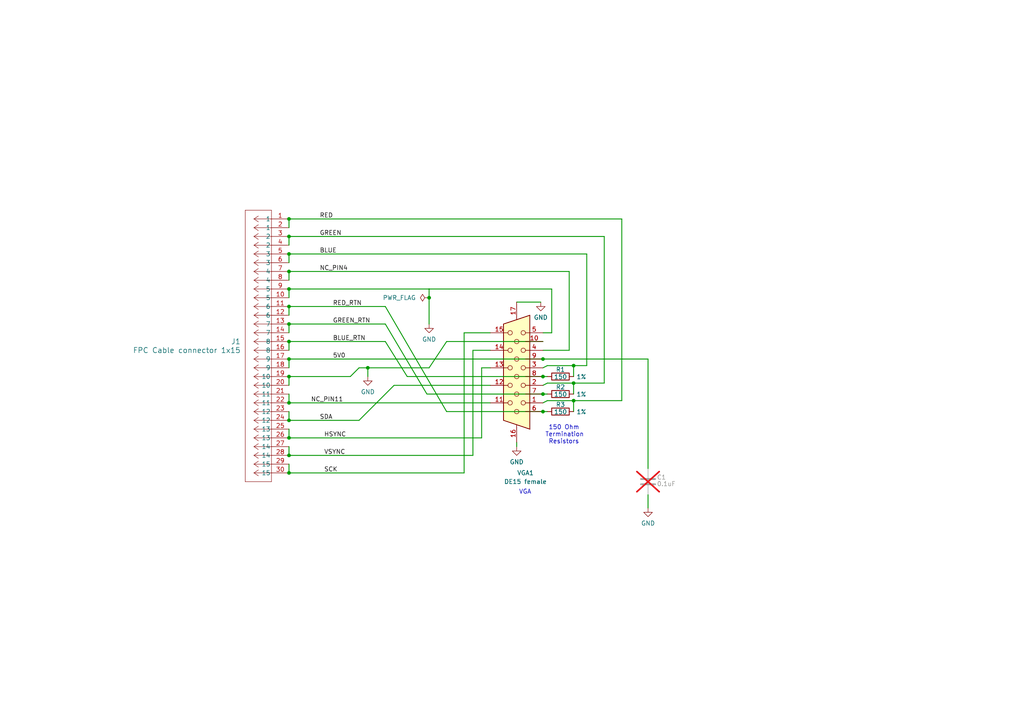
<source format=kicad_sch>
(kicad_sch (version 20231120) (generator "eeschema") (generator_version "8.0")
  (paper "A4")
  (title_block (title "VGA Connector board") (date "2024-05-13") (rev "V0.09") (company "Copyright (C) 2023-2024 Victor Suarez Rovere") (comment 1 "License:  CERN OHL-S") (comment 2 "PCB design:  Mitch Altman & Victor Suarez Rovere") (comment 3 "Schematics capture:  Mitch Altman & Victor Suarez Rovere") (comment 4 "Circuit design & parts selection:  Victor Suarez Rovere"))
  (lib_symbols
    (symbol "1-1734248-5_1" (pin_names (offset 0.254))
      (property "Reference" "J5" (at 13.97 -35.56 0))
      (property "Value" "FPC Cable connector 1x15" (at 13.97 -38.1 0))
      (symbol "1-1734248-5_1_1_1"
        (polyline (pts (xy 5.08 -76.2) (xy 12.7 -76.2)) (stroke (width 0.127)))
        (polyline (pts (xy 5.08 2.54) (xy 5.08 -76.2)) (stroke (width 0.127)))
        (polyline (pts (xy 10.16 -73.66) (xy 5.08 -73.66)) (stroke (width 0.127)))
        (polyline (pts (xy 10.16 -73.66) (xy 8.89 -74.5067)) (stroke (width 0.127)))
        (polyline (pts (xy 10.16 -73.66) (xy 8.89 -72.8133)) (stroke (width 0.127)))
        (polyline (pts (xy 10.16 -71.12) (xy 5.08 -71.12)) (stroke (width 0.127)))
        (polyline (pts (xy 10.16 -71.12) (xy 8.89 -71.9667)) (stroke (width 0.127)))
        (polyline (pts (xy 10.16 -71.12) (xy 8.89 -70.2733)) (stroke (width 0.127)))
        (polyline (pts (xy 10.16 -68.58) (xy 5.08 -68.58)) (stroke (width 0.127)))
        (polyline (pts (xy 10.16 -68.58) (xy 8.89 -69.4267)) (stroke (width 0.127)))
        (polyline (pts (xy 10.16 -68.58) (xy 8.89 -67.7333)) (stroke (width 0.127)))
        (polyline (pts (xy 10.16 -66.04) (xy 5.08 -66.04)) (stroke (width 0.127)))
        (polyline (pts (xy 10.16 -66.04) (xy 8.89 -66.8867)) (stroke (width 0.127)))
        (polyline (pts (xy 10.16 -66.04) (xy 8.89 -65.1933)) (stroke (width 0.127)))
        (polyline (pts (xy 10.16 -63.5) (xy 5.08 -63.5)) (stroke (width 0.127)))
        (polyline (pts (xy 10.16 -63.5) (xy 8.89 -64.3467)) (stroke (width 0.127)))
        (polyline (pts (xy 10.16 -63.5) (xy 8.89 -62.6533)) (stroke (width 0.127)))
        (polyline (pts (xy 10.16 -60.96) (xy 5.08 -60.96)) (stroke (width 0.127)))
        (polyline (pts (xy 10.16 -60.96) (xy 8.89 -61.8067)) (stroke (width 0.127)))
        (polyline (pts (xy 10.16 -60.96) (xy 8.89 -60.1133)) (stroke (width 0.127)))
        (polyline (pts (xy 10.16 -58.42) (xy 5.08 -58.42)) (stroke (width 0.127)))
        (polyline (pts (xy 10.16 -58.42) (xy 8.89 -59.2667)) (stroke (width 0.127)))
        (polyline (pts (xy 10.16 -58.42) (xy 8.89 -57.5733)) (stroke (width 0.127)))
        (polyline (pts (xy 10.16 -55.88) (xy 5.08 -55.88)) (stroke (width 0.127)))
        (polyline (pts (xy 10.16 -55.88) (xy 8.89 -56.7267)) (stroke (width 0.127)))
        (polyline (pts (xy 10.16 -55.88) (xy 8.89 -55.0333)) (stroke (width 0.127)))
        (polyline (pts (xy 10.16 -53.34) (xy 5.08 -53.34)) (stroke (width 0.127)))
        (polyline (pts (xy 10.16 -53.34) (xy 8.89 -54.1867)) (stroke (width 0.127)))
        (polyline (pts (xy 10.16 -53.34) (xy 8.89 -52.4933)) (stroke (width 0.127)))
        (polyline (pts (xy 10.16 -50.8) (xy 5.08 -50.8)) (stroke (width 0.127)))
        (polyline (pts (xy 10.16 -50.8) (xy 8.89 -51.6467)) (stroke (width 0.127)))
        (polyline (pts (xy 10.16 -50.8) (xy 8.89 -49.9533)) (stroke (width 0.127)))
        (polyline (pts (xy 10.16 -48.26) (xy 5.08 -48.26)) (stroke (width 0.127)))
        (polyline (pts (xy 10.16 -48.26) (xy 8.89 -49.1067)) (stroke (width 0.127)))
        (polyline (pts (xy 10.16 -48.26) (xy 8.89 -47.4133)) (stroke (width 0.127)))
        (polyline (pts (xy 10.16 -45.72) (xy 5.08 -45.72)) (stroke (width 0.127)))
        (polyline (pts (xy 10.16 -45.72) (xy 8.89 -46.5667)) (stroke (width 0.127)))
        (polyline (pts (xy 10.16 -45.72) (xy 8.89 -44.8733)) (stroke (width 0.127)))
        (polyline (pts (xy 10.16 -43.18) (xy 5.08 -43.18)) (stroke (width 0.127)))
        (polyline (pts (xy 10.16 -43.18) (xy 8.89 -44.0267)) (stroke (width 0.127)))
        (polyline (pts (xy 10.16 -43.18) (xy 8.89 -42.3333)) (stroke (width 0.127)))
        (polyline (pts (xy 10.16 -40.64) (xy 5.08 -40.64)) (stroke (width 0.127)))
        (polyline (pts (xy 10.16 -40.64) (xy 8.89 -41.4867)) (stroke (width 0.127)))
        (polyline (pts (xy 10.16 -40.64) (xy 8.89 -39.7933)) (stroke (width 0.127)))
        (polyline (pts (xy 10.16 -38.1) (xy 5.08 -38.1)) (stroke (width 0.127)))
        (polyline (pts (xy 10.16 -38.1) (xy 8.89 -38.9467)) (stroke (width 0.127)))
        (polyline (pts (xy 10.16 -38.1) (xy 8.89 -37.2533)) (stroke (width 0.127)))
        (polyline (pts (xy 10.16 -35.56) (xy 5.08 -35.56)) (stroke (width 0.127)))
        (polyline (pts (xy 10.16 -35.56) (xy 8.89 -36.4067)) (stroke (width 0.127)))
        (polyline (pts (xy 10.16 -35.56) (xy 8.89 -34.7133)) (stroke (width 0.127)))
        (polyline (pts (xy 10.16 -33.02) (xy 5.08 -33.02)) (stroke (width 0.127)))
        (polyline (pts (xy 10.16 -33.02) (xy 8.89 -33.8667)) (stroke (width 0.127)))
        (polyline (pts (xy 10.16 -33.02) (xy 8.89 -32.1733)) (stroke (width 0.127)))
        (polyline (pts (xy 10.16 -30.48) (xy 5.08 -30.48)) (stroke (width 0.127)))
        (polyline (pts (xy 10.16 -30.48) (xy 8.89 -31.3267)) (stroke (width 0.127)))
        (polyline (pts (xy 10.16 -30.48) (xy 8.89 -29.6333)) (stroke (width 0.127)))
        (polyline (pts (xy 10.16 -27.94) (xy 5.08 -27.94)) (stroke (width 0.127)))
        (polyline (pts (xy 10.16 -27.94) (xy 8.89 -28.7867)) (stroke (width 0.127)))
        (polyline (pts (xy 10.16 -27.94) (xy 8.89 -27.0933)) (stroke (width 0.127)))
        (polyline (pts (xy 10.16 -25.4) (xy 5.08 -25.4)) (stroke (width 0.127)))
        (polyline (pts (xy 10.16 -25.4) (xy 8.89 -26.2467)) (stroke (width 0.127)))
        (polyline (pts (xy 10.16 -25.4) (xy 8.89 -24.5533)) (stroke (width 0.127)))
        (polyline (pts (xy 10.16 -22.86) (xy 5.08 -22.86)) (stroke (width 0.127)))
        (polyline (pts (xy 10.16 -22.86) (xy 8.89 -23.7067)) (stroke (width 0.127)))
        (polyline (pts (xy 10.16 -22.86) (xy 8.89 -22.0133)) (stroke (width 0.127)))
        (polyline (pts (xy 10.16 -20.32) (xy 5.08 -20.32)) (stroke (width 0.127)))
        (polyline (pts (xy 10.16 -20.32) (xy 8.89 -21.1667)) (stroke (width 0.127)))
        (polyline (pts (xy 10.16 -20.32) (xy 8.89 -19.4733)) (stroke (width 0.127)))
        (polyline (pts (xy 10.16 -17.78) (xy 5.08 -17.78)) (stroke (width 0.127)))
        (polyline (pts (xy 10.16 -17.78) (xy 8.89 -18.6267)) (stroke (width 0.127)))
        (polyline (pts (xy 10.16 -17.78) (xy 8.89 -16.9333)) (stroke (width 0.127)))
        (polyline (pts (xy 10.16 -15.24) (xy 5.08 -15.24)) (stroke (width 0.127)))
        (polyline (pts (xy 10.16 -15.24) (xy 8.89 -16.0867)) (stroke (width 0.127)))
        (polyline (pts (xy 10.16 -15.24) (xy 8.89 -14.3933)) (stroke (width 0.127)))
        (polyline (pts (xy 10.16 -12.7) (xy 5.08 -12.7)) (stroke (width 0.127)))
        (polyline (pts (xy 10.16 -12.7) (xy 8.89 -13.5467)) (stroke (width 0.127)))
        (polyline (pts (xy 10.16 -12.7) (xy 8.89 -11.8533)) (stroke (width 0.127)))
        (polyline (pts (xy 10.16 -10.16) (xy 5.08 -10.16)) (stroke (width 0.127)))
        (polyline (pts (xy 10.16 -10.16) (xy 8.89 -11.0067)) (stroke (width 0.127)))
        (polyline (pts (xy 10.16 -10.16) (xy 8.89 -9.3133)) (stroke (width 0.127)))
        (polyline (pts (xy 10.16 -7.62) (xy 5.08 -7.62)) (stroke (width 0.127)))
        (polyline (pts (xy 10.16 -7.62) (xy 8.89 -8.4667)) (stroke (width 0.127)))
        (polyline (pts (xy 10.16 -7.62) (xy 8.89 -6.7733)) (stroke (width 0.127)))
        (polyline (pts (xy 10.16 -5.08) (xy 5.08 -5.08)) (stroke (width 0.127)))
        (polyline (pts (xy 10.16 -5.08) (xy 8.89 -5.9267)) (stroke (width 0.127)))
        (polyline (pts (xy 10.16 -5.08) (xy 8.89 -4.2333)) (stroke (width 0.127)))
        (polyline (pts (xy 10.16 -2.54) (xy 5.08 -2.54)) (stroke (width 0.127)))
        (polyline (pts (xy 10.16 -2.54) (xy 8.89 -3.3867)) (stroke (width 0.127)))
        (polyline (pts (xy 10.16 -2.54) (xy 8.89 -1.6933)) (stroke (width 0.127)))
        (polyline (pts (xy 10.16 0) (xy 5.08 0)) (stroke (width 0.127)))
        (polyline (pts (xy 10.16 0) (xy 8.89 -0.8467)) (stroke (width 0.127)))
        (polyline (pts (xy 10.16 0) (xy 8.89 0.8467)) (stroke (width 0.127)))
        (polyline (pts (xy 12.7 -76.2) (xy 12.7 2.54)) (stroke (width 0.127)))
        (polyline (pts (xy 12.7 2.54) (xy 5.08 2.54)) (stroke (width 0.127)))
        (pin passive line (at 0 0 0) (length 5.08) (name "1") (number "1"))
        (pin passive line (at 0 -22.86 0) (length 5.08) (name "5") (number "10"))
        (pin passive line (at 0 -25.4 0) (length 5.08) (name "6") (number "11"))
        (pin passive line (at 0 -27.94 0) (length 5.08) (name "6") (number "12"))
        (pin passive line (at 0 -30.48 0) (length 5.08) (name "7") (number "13"))
        (pin passive line (at 0 -33.02 0) (length 5.08) (name "7") (number "14"))
        (pin passive line (at 0 -35.56 0) (length 5.08) (name "8") (number "15"))
        (pin passive line (at 0 -38.1 0) (length 5.08) (name "8") (number "16"))
        (pin passive line (at 0 -40.64 0) (length 5.08) (name "9") (number "17"))
        (pin passive line (at 0 -43.18 0) (length 5.08) (name "9") (number "18"))
        (pin passive line (at 0 -45.72 0) (length 5.08) (name "10") (number "19"))
        (pin passive line (at 0 -2.54 0) (length 5.08) (name "1") (number "2"))
        (pin passive line (at 0 -48.26 0) (length 5.08) (name "10") (number "20"))
        (pin passive line (at 0 -50.8 0) (length 5.08) (name "11") (number "21"))
        (pin passive line (at 0 -53.34 0) (length 5.08) (name "11") (number "22"))
        (pin passive line (at 0 -55.88 0) (length 5.08) (name "12") (number "23"))
        (pin passive line (at 0 -58.42 0) (length 5.08) (name "12") (number "24"))
        (pin passive line (at 0 -60.96 0) (length 5.08) (name "13") (number "25"))
        (pin passive line (at 0 -63.5 0) (length 5.08) (name "13") (number "26"))
        (pin passive line (at 0 -66.04 0) (length 5.08) (name "14") (number "27"))
        (pin passive line (at 0 -68.58 0) (length 5.08) (name "14") (number "28"))
        (pin passive line (at 0 -71.12 0) (length 5.08) (name "15") (number "29"))
        (pin passive line (at 0 -5.08 0) (length 5.08) (name "2") (number "3"))
        (pin passive line (at 0 -73.66 0) (length 5.08) (name "15") (number "30"))
        (pin passive line (at 0 -7.62 0) (length 5.08) (name "2") (number "4"))
        (pin passive line (at 0 -10.16 0) (length 5.08) (name "3") (number "5"))
        (pin passive line (at 0 -12.7 0) (length 5.08) (name "3") (number "6"))
        (pin passive line (at 0 -15.24 0) (length 5.08) (name "4") (number "7"))
        (pin passive line (at 0 -17.78 0) (length 5.08) (name "4") (number "8"))
        (pin passive line (at 0 -20.32 0) (length 5.08) (name "5") (number "9"))
      )
      (symbol "1-1734248-5_1_1_2"
        (polyline (pts (xy 5.08 -76.2) (xy 12.7 -76.2)) (stroke (width 0.127)))
        (polyline (pts (xy 5.08 2.54) (xy 5.08 -76.2)) (stroke (width 0.127)))
        (polyline (pts (xy 7.62 -73.66) (xy 5.08 -73.66)) (stroke (width 0.127)))
        (polyline (pts (xy 7.62 -73.66) (xy 8.89 -74.5067)) (stroke (width 0.127)))
        (polyline (pts (xy 7.62 -73.66) (xy 8.89 -72.8133)) (stroke (width 0.127)))
        (polyline (pts (xy 7.62 -71.12) (xy 5.08 -71.12)) (stroke (width 0.127)))
        (polyline (pts (xy 7.62 -71.12) (xy 8.89 -71.9667)) (stroke (width 0.127)))
        (polyline (pts (xy 7.62 -71.12) (xy 8.89 -70.2733)) (stroke (width 0.127)))
        (polyline (pts (xy 7.62 -68.58) (xy 5.08 -68.58)) (stroke (width 0.127)))
        (polyline (pts (xy 7.62 -68.58) (xy 8.89 -69.4267)) (stroke (width 0.127)))
        (polyline (pts (xy 7.62 -68.58) (xy 8.89 -67.7333)) (stroke (width 0.127)))
        (polyline (pts (xy 7.62 -66.04) (xy 5.08 -66.04)) (stroke (width 0.127)))
        (polyline (pts (xy 7.62 -66.04) (xy 8.89 -66.8867)) (stroke (width 0.127)))
        (polyline (pts (xy 7.62 -66.04) (xy 8.89 -65.1933)) (stroke (width 0.127)))
        (polyline (pts (xy 7.62 -63.5) (xy 5.08 -63.5)) (stroke (width 0.127)))
        (polyline (pts (xy 7.62 -63.5) (xy 8.89 -64.3467)) (stroke (width 0.127)))
        (polyline (pts (xy 7.62 -63.5) (xy 8.89 -62.6533)) (stroke (width 0.127)))
        (polyline (pts (xy 7.62 -60.96) (xy 5.08 -60.96)) (stroke (width 0.127)))
        (polyline (pts (xy 7.62 -60.96) (xy 8.89 -61.8067)) (stroke (width 0.127)))
        (polyline (pts (xy 7.62 -60.96) (xy 8.89 -60.1133)) (stroke (width 0.127)))
        (polyline (pts (xy 7.62 -58.42) (xy 5.08 -58.42)) (stroke (width 0.127)))
        (polyline (pts (xy 7.62 -58.42) (xy 8.89 -59.2667)) (stroke (width 0.127)))
        (polyline (pts (xy 7.62 -58.42) (xy 8.89 -57.5733)) (stroke (width 0.127)))
        (polyline (pts (xy 7.62 -55.88) (xy 5.08 -55.88)) (stroke (width 0.127)))
        (polyline (pts (xy 7.62 -55.88) (xy 8.89 -56.7267)) (stroke (width 0.127)))
        (polyline (pts (xy 7.62 -55.88) (xy 8.89 -55.0333)) (stroke (width 0.127)))
        (polyline (pts (xy 7.62 -53.34) (xy 5.08 -53.34)) (stroke (width 0.127)))
        (polyline (pts (xy 7.62 -53.34) (xy 8.89 -54.1867)) (stroke (width 0.127)))
        (polyline (pts (xy 7.62 -53.34) (xy 8.89 -52.4933)) (stroke (width 0.127)))
        (polyline (pts (xy 7.62 -50.8) (xy 5.08 -50.8)) (stroke (width 0.127)))
        (polyline (pts (xy 7.62 -50.8) (xy 8.89 -51.6467)) (stroke (width 0.127)))
        (polyline (pts (xy 7.62 -50.8) (xy 8.89 -49.9533)) (stroke (width 0.127)))
        (polyline (pts (xy 7.62 -48.26) (xy 5.08 -48.26)) (stroke (width 0.127)))
        (polyline (pts (xy 7.62 -48.26) (xy 8.89 -49.1067)) (stroke (width 0.127)))
        (polyline (pts (xy 7.62 -48.26) (xy 8.89 -47.4133)) (stroke (width 0.127)))
        (polyline (pts (xy 7.62 -45.72) (xy 5.08 -45.72)) (stroke (width 0.127)))
        (polyline (pts (xy 7.62 -45.72) (xy 8.89 -46.5667)) (stroke (width 0.127)))
        (polyline (pts (xy 7.62 -45.72) (xy 8.89 -44.8733)) (stroke (width 0.127)))
        (polyline (pts (xy 7.62 -43.18) (xy 5.08 -43.18)) (stroke (width 0.127)))
        (polyline (pts (xy 7.62 -43.18) (xy 8.89 -44.0267)) (stroke (width 0.127)))
        (polyline (pts (xy 7.62 -43.18) (xy 8.89 -42.3333)) (stroke (width 0.127)))
        (polyline (pts (xy 7.62 -40.64) (xy 5.08 -40.64)) (stroke (width 0.127)))
        (polyline (pts (xy 7.62 -40.64) (xy 8.89 -41.4867)) (stroke (width 0.127)))
        (polyline (pts (xy 7.62 -40.64) (xy 8.89 -39.7933)) (stroke (width 0.127)))
        (polyline (pts (xy 7.62 -38.1) (xy 5.08 -38.1)) (stroke (width 0.127)))
        (polyline (pts (xy 7.62 -38.1) (xy 8.89 -38.9467)) (stroke (width 0.127)))
        (polyline (pts (xy 7.62 -38.1) (xy 8.89 -37.2533)) (stroke (width 0.127)))
        (polyline (pts (xy 7.62 -35.56) (xy 5.08 -35.56)) (stroke (width 0.127)))
        (polyline (pts (xy 7.62 -35.56) (xy 8.89 -36.4067)) (stroke (width 0.127)))
        (polyline (pts (xy 7.62 -35.56) (xy 8.89 -34.7133)) (stroke (width 0.127)))
        (polyline (pts (xy 7.62 -33.02) (xy 5.08 -33.02)) (stroke (width 0.127)))
        (polyline (pts (xy 7.62 -33.02) (xy 8.89 -33.8667)) (stroke (width 0.127)))
        (polyline (pts (xy 7.62 -33.02) (xy 8.89 -32.1733)) (stroke (width 0.127)))
        (polyline (pts (xy 7.62 -30.48) (xy 5.08 -30.48)) (stroke (width 0.127)))
        (polyline (pts (xy 7.62 -30.48) (xy 8.89 -31.3267)) (stroke (width 0.127)))
        (polyline (pts (xy 7.62 -30.48) (xy 8.89 -29.6333)) (stroke (width 0.127)))
        (polyline (pts (xy 7.62 -27.94) (xy 5.08 -27.94)) (stroke (width 0.127)))
        (polyline (pts (xy 7.62 -27.94) (xy 8.89 -28.7867)) (stroke (width 0.127)))
        (polyline (pts (xy 7.62 -27.94) (xy 8.89 -27.0933)) (stroke (width 0.127)))
        (polyline (pts (xy 7.62 -25.4) (xy 5.08 -25.4)) (stroke (width 0.127)))
        (polyline (pts (xy 7.62 -25.4) (xy 8.89 -26.2467)) (stroke (width 0.127)))
        (polyline (pts (xy 7.62 -25.4) (xy 8.89 -24.5533)) (stroke (width 0.127)))
        (polyline (pts (xy 7.62 -22.86) (xy 5.08 -22.86)) (stroke (width 0.127)))
        (polyline (pts (xy 7.62 -22.86) (xy 8.89 -23.7067)) (stroke (width 0.127)))
        (polyline (pts (xy 7.62 -22.86) (xy 8.89 -22.0133)) (stroke (width 0.127)))
        (polyline (pts (xy 7.62 -20.32) (xy 5.08 -20.32)) (stroke (width 0.127)))
        (polyline (pts (xy 7.62 -20.32) (xy 8.89 -21.1667)) (stroke (width 0.127)))
        (polyline (pts (xy 7.62 -20.32) (xy 8.89 -19.4733)) (stroke (width 0.127)))
        (polyline (pts (xy 7.62 -17.78) (xy 5.08 -17.78)) (stroke (width 0.127)))
        (polyline (pts (xy 7.62 -17.78) (xy 8.89 -18.6267)) (stroke (width 0.127)))
        (polyline (pts (xy 7.62 -17.78) (xy 8.89 -16.9333)) (stroke (width 0.127)))
        (polyline (pts (xy 7.62 -15.24) (xy 5.08 -15.24)) (stroke (width 0.127)))
        (polyline (pts (xy 7.62 -15.24) (xy 8.89 -16.0867)) (stroke (width 0.127)))
        (polyline (pts (xy 7.62 -15.24) (xy 8.89 -14.3933)) (stroke (width 0.127)))
        (polyline (pts (xy 7.62 -12.7) (xy 5.08 -12.7)) (stroke (width 0.127)))
        (polyline (pts (xy 7.62 -12.7) (xy 8.89 -13.5467)) (stroke (width 0.127)))
        (polyline (pts (xy 7.62 -12.7) (xy 8.89 -11.8533)) (stroke (width 0.127)))
        (polyline (pts (xy 7.62 -10.16) (xy 5.08 -10.16)) (stroke (width 0.127)))
        (polyline (pts (xy 7.62 -10.16) (xy 8.89 -11.0067)) (stroke (width 0.127)))
        (polyline (pts (xy 7.62 -10.16) (xy 8.89 -9.3133)) (stroke (width 0.127)))
        (polyline (pts (xy 7.62 -7.62) (xy 5.08 -7.62)) (stroke (width 0.127)))
        (polyline (pts (xy 7.62 -7.62) (xy 8.89 -8.4667)) (stroke (width 0.127)))
        (polyline (pts (xy 7.62 -7.62) (xy 8.89 -6.7733)) (stroke (width 0.127)))
        (polyline (pts (xy 7.62 -5.08) (xy 5.08 -5.08)) (stroke (width 0.127)))
        (polyline (pts (xy 7.62 -5.08) (xy 8.89 -5.9267)) (stroke (width 0.127)))
        (polyline (pts (xy 7.62 -5.08) (xy 8.89 -4.2333)) (stroke (width 0.127)))
        (polyline (pts (xy 7.62 -2.54) (xy 5.08 -2.54)) (stroke (width 0.127)))
        (polyline (pts (xy 7.62 -2.54) (xy 8.89 -3.3867)) (stroke (width 0.127)))
        (polyline (pts (xy 7.62 -2.54) (xy 8.89 -1.6933)) (stroke (width 0.127)))
        (polyline (pts (xy 7.62 0) (xy 5.08 0)) (stroke (width 0.127)))
        (polyline (pts (xy 7.62 0) (xy 8.89 -0.8467)) (stroke (width 0.127)))
        (polyline (pts (xy 7.62 0) (xy 8.89 0.8467)) (stroke (width 0.127)))
        (polyline (pts (xy 12.7 -76.2) (xy 12.7 2.54)) (stroke (width 0.127)))
        (polyline (pts (xy 12.7 2.54) (xy 5.08 2.54)) (stroke (width 0.127)))
        (pin unspecified line (at 0 0 0) (length 5.08) (name "1") (number "1"))
        (pin unspecified line (at 0 -22.86 0) (length 5.08) (name "10") (number "10"))
        (pin unspecified line (at 0 -25.4 0) (length 5.08) (name "11") (number "11"))
        (pin unspecified line (at 0 -27.94 0) (length 5.08) (name "12") (number "12"))
        (pin unspecified line (at 0 -30.48 0) (length 5.08) (name "13") (number "13"))
        (pin unspecified line (at 0 -33.02 0) (length 5.08) (name "14") (number "14"))
        (pin unspecified line (at 0 -35.56 0) (length 5.08) (name "15") (number "15"))
        (pin unspecified line (at 0 -38.1 0) (length 5.08) (name "16") (number "16"))
        (pin unspecified line (at 0 -40.64 0) (length 5.08) (name "17") (number "17"))
        (pin unspecified line (at 0 -43.18 0) (length 5.08) (name "18") (number "18"))
        (pin unspecified line (at 0 -45.72 0) (length 5.08) (name "19") (number "19"))
        (pin unspecified line (at 0 -2.54 0) (length 5.08) (name "2") (number "2"))
        (pin unspecified line (at 0 -48.26 0) (length 5.08) (name "20") (number "20"))
        (pin unspecified line (at 0 -50.8 0) (length 5.08) (name "21") (number "21"))
        (pin unspecified line (at 0 -53.34 0) (length 5.08) (name "22") (number "22"))
        (pin unspecified line (at 0 -55.88 0) (length 5.08) (name "23") (number "23"))
        (pin unspecified line (at 0 -58.42 0) (length 5.08) (name "24") (number "24"))
        (pin unspecified line (at 0 -60.96 0) (length 5.08) (name "25") (number "25"))
        (pin unspecified line (at 0 -63.5 0) (length 5.08) (name "26") (number "26"))
        (pin unspecified line (at 0 -66.04 0) (length 5.08) (name "27") (number "27"))
        (pin unspecified line (at 0 -68.58 0) (length 5.08) (name "28") (number "28"))
        (pin unspecified line (at 0 -71.12 0) (length 5.08) (name "29") (number "29"))
        (pin unspecified line (at 0 -5.08 0) (length 5.08) (name "3") (number "3"))
        (pin unspecified line (at 0 -73.66 0) (length 5.08) (name "30") (number "30"))
        (pin unspecified line (at 0 -7.62 0) (length 5.08) (name "4") (number "4"))
        (pin unspecified line (at 0 -10.16 0) (length 5.08) (name "5") (number "5"))
        (pin unspecified line (at 0 -12.7 0) (length 5.08) (name "6") (number "6"))
        (pin unspecified line (at 0 -15.24 0) (length 5.08) (name "7") (number "7"))
        (pin unspecified line (at 0 -17.78 0) (length 5.08) (name "8") (number "8"))
        (pin unspecified line (at 0 -20.32 0) (length 5.08) (name "9") (number "9"))
      )
    )
    (symbol "Connector:DE15_Receptacle_HighDensity" (pin_names (offset 1.016) hide)
      (property "Reference" "J2" (at 7.62 17.78 0))
      (property "Value" "DE15 female" (at 7.62 20.32 0))
      (symbol "DE15_Receptacle_HighDensity_0_1"
        (circle (center -1.905 -10.16) (radius 0.635))
        (circle (center -1.905 -5.08) (radius 0.635))
        (circle (center -1.905 0) (radius 0.635))
        (circle (center -1.905 5.08) (radius 0.635))
        (circle (center -1.905 10.16) (radius 0.635))
        (circle (center 0 -7.62) (radius 0.635))
        (circle (center 0 -2.54) (radius 0.635))
        (polyline (pts (xy -3.175 7.62) (xy -0.635 7.62)))
        (polyline (pts (xy -0.635 -7.62) (xy -3.175 -7.62)))
        (polyline (pts (xy -0.635 -2.54) (xy -3.175 -2.54)))
        (polyline (pts (xy -0.635 2.54) (xy -3.175 2.54)))
        (polyline (pts (xy -0.635 12.7) (xy -3.175 12.7)))
        (polyline (pts (xy -3.81 17.78) (xy -3.81 -15.24) (xy 3.81 -12.7) (xy 3.81 15.24) (xy -3.81 17.78)) (stroke (width 0.254)) (fill (type background)))
        (circle (center 0 2.54) (radius 0.635))
        (circle (center 0 7.62) (radius 0.635))
        (circle (center 0 12.7) (radius 0.635))
        (circle (center 1.905 -10.16) (radius 0.635))
        (circle (center 1.905 -5.08) (radius 0.635))
        (circle (center 1.905 0) (radius 0.635))
        (circle (center 1.905 5.08) (radius 0.635))
        (circle (center 1.905 10.16) (radius 0.635))
      )
      (symbol "DE15_Receptacle_HighDensity_1_1"
        (pin passive line (at -7.62 10.16 0) (length 5.08) (name "~") (number "1"))
        (pin passive line (at -7.62 -7.62 0) (length 5.08) (name "~") (number "10"))
        (pin passive line (at 7.62 10.16 180) (length 5.08) (name "~") (number "11"))
        (pin passive line (at 7.62 5.08 180) (length 5.08) (name "~") (number "12"))
        (pin passive line (at 7.62 0 180) (length 5.08) (name "~") (number "13"))
        (pin passive line (at 7.62 -5.08 180) (length 5.08) (name "~") (number "14"))
        (pin passive line (at 7.62 -10.16 180) (length 5.08) (name "~") (number "15"))
        (pin passive line (at 0 21.59 270) (length 5.08) (name "~") (number "16"))
        (pin passive line (at 0 -19.05 90) (length 5.08) (name "~") (number "17"))
        (pin passive line (at -7.62 5.08 0) (length 5.08) (name "~") (number "2"))
        (pin passive line (at -7.62 0 0) (length 5.08) (name "~") (number "3"))
        (pin passive line (at -7.62 -5.08 0) (length 5.08) (name "~") (number "4"))
        (pin passive line (at -7.62 -10.16 0) (length 5.08) (name "~") (number "5"))
        (pin passive line (at -7.62 12.7 0) (length 5.08) (name "~") (number "6"))
        (pin passive line (at -7.62 7.62 0) (length 5.08) (name "~") (number "7"))
        (pin passive line (at -7.62 2.54 0) (length 5.08) (name "~") (number "8"))
        (pin passive line (at -7.62 -2.54 0) (length 5.08) (name "~") (number "9"))
      )
    )
    (symbol "Device:C" (pin_numbers hide) (pin_names (offset 0.254))
      (property "Reference" "C" (at 0.635 2.54 0))
      (property "Value" "C" (at 0.635 -2.54 0))
      (symbol "C_0_1"
        (polyline (pts (xy -2.032 -0.762) (xy 2.032 -0.762)) (stroke (width 0.508)))
        (polyline (pts (xy -2.032 0.762) (xy 2.032 0.762)) (stroke (width 0.508)))
      )
      (symbol "C_1_1"
        (pin passive line (at 0 3.81 270) (length 2.794) (name "~") (number "1"))
        (pin passive line (at 0 -3.81 90) (length 2.794) (name "~") (number "2"))
      )
    )
    (symbol "Device:R" (pin_numbers hide) (pin_names (offset 0))
      (property "Reference" "R" (at 2.032 0 90))
      (property "Value" "R" (at 0 0 90))
      (symbol "R_0_1"
        (rectangle (start -1.016 -2.54) (end 1.016 2.54) (stroke (width 0.254)))
      )
      (symbol "R_1_1"
        (pin passive line (at 0 3.81 270) (length 1.27) (name "~") (number "1"))
        (pin passive line (at 0 -3.81 90) (length 1.27) (name "~") (number "2"))
      )
    )
    (symbol "power:GND" (power) (pin_names (offset 0))
      (property "Value" "GND" (at 0 -3.81 0))
      (symbol "GND_0_1"
        (polyline (pts (xy 0 0) (xy 0 -1.27) (xy 1.27 -1.27) (xy 0 -2.54) (xy -1.27 -1.27) (xy 0 -1.27)))
      )
      (symbol "GND_1_1"
        (pin power_in line (at 0 0 270) (length 0) hide (name "GND") (number "1"))
      )
    )
    (symbol "power:PWR_FLAG" (power) (pin_numbers hide) (pin_names (offset 0) hide)
      (property "Value" "PWR_FLAG" (at 0 3.81 0))
      (symbol "PWR_FLAG_0_0"
        (pin power_out line (at 0 0 90) (length 0) (name "pwr") (number "1"))
      )
      (symbol "PWR_FLAG_0_1"
        (polyline (pts (xy 0 0) (xy 0 1.27) (xy -1.016 1.905) (xy 0 2.54) (xy 1.016 1.905) (xy 0 1.27)))
      )
    )
  )
  (junction (at 83.82 127))
  (junction (at 83.82 83.82))
  (junction (at 166.37 116.205))
  (junction (at 124.46 86.36))
  (junction (at 83.82 137.16))
  (junction (at 157.48 104.14))
  (junction (at 83.82 63.5))
  (junction (at 83.82 99.06))
  (junction (at 157.48 114.3))
  (junction (at 83.82 116.84))
  (junction (at 83.82 132.08))
  (junction (at 83.82 93.98))
  (junction (at 166.37 106.045))
  (junction (at 83.82 121.92))
  (junction (at 83.82 68.58))
  (junction (at 166.37 111.125))
  (junction (at 83.82 104.14))
  (junction (at 124.46 83.82) (diameter 0.254))
  (junction (at 157.48 109.22))
  (junction (at 157.48 119.38))
  (junction (at 83.82 109.22))
  (junction (at 83.82 73.66))
  (junction (at 83.82 78.74))
  (junction (at 106.68 106.68))
  (junction (at 83.82 88.9))
  (wire (pts (xy 83.82 106.68) (xy 83.82 104.14)) (stroke (width 0.254)))
  (wire (pts (xy 180.34 116.205) (xy 180.34 63.5)) (stroke (width 0.254)))
  (wire (pts (xy 118.11 109.22) (xy 111.76 99.06)) (stroke (width 0.254)))
  (wire (pts (xy 124.46 106.68) (xy 106.68 106.68)) (stroke (width 0.254)))
  (wire (pts (xy 129.54 119.38) (xy 157.48 119.38)) (stroke (width 0.254)))
  (wire (pts (xy 83.82 116.84) (xy 83.82 114.3)) (stroke (width 0.254)))
  (wire (pts (xy 139.7 127) (xy 83.82 127)) (stroke (width 0.254)))
  (wire (pts (xy 158.75 109.22) (xy 157.48 109.22)) (stroke (width 0.254)))
  (wire (pts (xy 114.3 111.76) (xy 104.14 121.92)) (stroke (width 0.254)))
  (wire (pts (xy 134.62 96.52) (xy 134.62 137.16)) (stroke (width 0.254)))
  (wire (pts (xy 129.54 99.06) (xy 124.46 106.68)) (stroke (width 0.254)))
  (wire (pts (xy 83.82 104.14) (xy 157.48 104.14)) (stroke (width 0.254)))
  (wire (pts (xy 118.11 109.22) (xy 157.48 109.22)) (stroke (width 0.254)))
  (wire (pts (xy 158.75 114.3) (xy 157.48 114.3)) (stroke (width 0.254)))
  (wire (pts (xy 106.68 106.68) (xy 104.14 106.68)) (stroke (width 0.254)))
  (wire (pts (xy 166.37 111.125) (xy 166.37 114.3)) (stroke (width 0.254)))
  (wire (pts (xy 83.82 109.22) (xy 101.6 109.22)) (stroke (width 0.254)))
  (wire (pts (xy 83.82 96.52) (xy 83.82 93.98)) (stroke (width 0.254)))
  (wire (pts (xy 129.54 119.38) (xy 111.76 88.9)) (stroke (width 0.254)))
  (wire (pts (xy 166.37 116.205) (xy 180.34 116.205)) (stroke (width 0.254)))
  (wire (pts (xy 166.37 111.125) (xy 175.26 111.125)) (stroke (width 0.254)))
  (wire (pts (xy 83.82 86.36) (xy 83.82 83.82)) (stroke (width 0.254)))
  (wire (pts (xy 158.75 119.38) (xy 157.48 119.38)) (stroke (width 0.254)))
  (wire (pts (xy 83.82 81.28) (xy 83.82 78.74)) (stroke (width 0.254)))
  (wire (pts (xy 83.82 73.66) (xy 170.18 73.66)) (stroke (width 0.254)))
  (wire (pts (xy 129.54 99.06) (xy 157.48 99.06)) (stroke (width 0.254)))
  (wire (pts (xy 114.3 111.76) (xy 142.24 111.76)) (stroke (width 0.254)))
  (wire (pts (xy 134.62 137.16) (xy 83.82 137.16)) (stroke (width 0.254)))
  (wire (pts (xy 165.1 78.74) (xy 83.82 78.74)) (stroke (width 0.254)))
  (wire (pts (xy 124.46 86.36) (xy 124.46 83.82)) (stroke (width 0.254)))
  (wire (pts (xy 83.82 99.06) (xy 111.76 99.06)) (stroke (width 0.254)))
  (wire (pts (xy 83.82 116.84) (xy 142.24 116.84)) (stroke (width 0.254)))
  (wire (pts (xy 106.68 109.22) (xy 106.68 106.68)) (stroke (width 0.254)))
  (wire (pts (xy 104.14 106.68) (xy 101.6 109.22)) (stroke (width 0.254)))
  (wire (pts (xy 187.96 104.14) (xy 187.96 135.89)) (stroke (width 0.254)))
  (wire (pts (xy 124.46 83.82) (xy 83.82 83.82)) (stroke (width 0.254)))
  (wire (pts (xy 158.75 116.205) (xy 166.37 116.205)) (stroke (width 0.254)))
  (wire (pts (xy 158.75 111.125) (xy 166.37 111.125)) (stroke (width 0.254)))
  (wire (pts (xy 123.825 114.3) (xy 157.48 114.3)) (stroke (width 0.254)))
  (wire (pts (xy 157.48 116.84) (xy 158.75 116.205)) (stroke (width 0.254)))
  (wire (pts (xy 83.82 71.12) (xy 83.82 68.58)) (stroke (width 0.254)))
  (wire (pts (xy 142.24 101.6) (xy 137.16 101.6)) (stroke (width 0.254)))
  (wire (pts (xy 83.82 76.2) (xy 83.82 73.66)) (stroke (width 0.254)))
  (wire (pts (xy 137.16 132.08) (xy 83.82 132.08)) (stroke (width 0.254)))
  (wire (pts (xy 142.24 106.68) (xy 139.7 106.68)) (stroke (width 0.254)))
  (wire (pts (xy 83.82 66.04) (xy 83.82 63.5)) (stroke (width 0.254)))
  (wire (pts (xy 137.16 101.6) (xy 137.16 132.08)) (stroke (width 0.254)))
  (wire (pts (xy 157.48 104.14) (xy 187.96 104.14)) (stroke (width 0.254)))
  (wire (pts (xy 142.24 96.52) (xy 134.62 96.52)) (stroke (width 0.254)))
  (wire (pts (xy 156.845 87.63) (xy 149.86 87.63)) (stroke (width 0.254)))
  (wire (pts (xy 157.48 101.6) (xy 165.1 101.6)) (stroke (width 0.254)))
  (wire (pts (xy 157.48 96.52) (xy 160.02 96.52)) (stroke (width 0.254)))
  (wire (pts (xy 83.82 88.9) (xy 111.76 88.9)) (stroke (width 0.254)))
  (wire (pts (xy 83.82 127) (xy 83.82 124.46)) (stroke (width 0.254)))
  (wire (pts (xy 83.82 121.92) (xy 83.82 119.38)) (stroke (width 0.254)))
  (wire (pts (xy 166.37 106.045) (xy 170.18 106.045)) (stroke (width 0.254)))
  (wire (pts (xy 160.02 83.82) (xy 124.46 83.82)) (stroke (width 0.254)))
  (wire (pts (xy 83.82 111.76) (xy 83.82 109.22)) (stroke (width 0.254)))
  (wire (pts (xy 83.82 91.44) (xy 83.82 88.9)) (stroke (width 0.254)))
  (wire (pts (xy 83.82 68.58) (xy 175.26 68.58)) (stroke (width 0.254)))
  (wire (pts (xy 157.48 106.68) (xy 158.75 106.045)) (stroke (width 0.254)))
  (wire (pts (xy 139.7 106.68) (xy 139.7 127)) (stroke (width 0.254)))
  (wire (pts (xy 170.18 106.045) (xy 170.18 73.66)) (stroke (width 0.254)))
  (wire (pts (xy 83.82 132.08) (xy 83.82 129.54)) (stroke (width 0.254)))
  (wire (pts (xy 165.1 101.6) (xy 165.1 78.74)) (stroke (width 0.254)))
  (wire (pts (xy 149.86 129.54) (xy 149.86 128.27)) (stroke (width 0.254)))
  (wire (pts (xy 83.82 101.6) (xy 83.82 99.06)) (stroke (width 0.254)))
  (wire (pts (xy 175.26 111.125) (xy 175.26 68.58)) (stroke (width 0.254)))
  (wire (pts (xy 104.14 121.92) (xy 83.82 121.92)) (stroke (width 0.254)))
  (wire (pts (xy 157.48 111.76) (xy 158.75 111.125)) (stroke (width 0.254)))
  (wire (pts (xy 160.02 96.52) (xy 160.02 83.82)) (stroke (width 0.254)))
  (wire (pts (xy 83.82 63.5) (xy 180.34 63.5)) (stroke (width 0.254)))
  (wire (pts (xy 158.75 106.045) (xy 166.37 106.045)) (stroke (width 0.254)))
  (wire (pts (xy 123.825 114.3) (xy 111.76 93.98)) (stroke (width 0.254)))
  (wire (pts (xy 83.82 137.16) (xy 83.82 134.62)) (stroke (width 0.254)))
  (wire (pts (xy 166.37 106.045) (xy 166.37 109.22)) (stroke (width 0.254)))
  (wire (pts (xy 166.37 116.205) (xy 166.37 119.38)) (stroke (width 0.254)))
  (wire (pts (xy 83.82 93.98) (xy 111.76 93.98)) (stroke (width 0.254)))
  (wire (pts (xy 124.46 93.98) (xy 124.46 86.36)) (stroke (width 0.254)))
  (wire (pts (xy 187.96 143.51) (xy 187.96 147.32)) (stroke (width 0.254)))
  (text " 150 Ohm\nTermination\n Resistors" (at 158.115 128.905 0) (effects (font (size 1.27 1.27)) (justify left bottom)))
  (text "VGA" (at 150.495 143.51 0) (effects (font (size 1.27 1.27)) (justify left bottom)))
  (label "HSYNC" (at 93.98 127 0))
  (label "BLUE_RTN" (at 96.52 99.06 0))
  (label "BLUE" (at 92.71 73.66 0))
  (label "GREEN_RTN" (at 96.52 93.98 0))
  (label "VSYNC" (at 93.98 132.08 0))
  (label "RED_RTN" (at 96.52 88.9 0))
  (label "5V0" (at 96.52 104.14 0))
  (label "RED" (at 92.71 63.5 0))
  (label "SDA" (at 92.71 121.92 0))
  (label "SCK" (at 93.98 137.16 0))
  (label "NC_PIN11" (at 90.17 116.84 0))
  (label "GREEN" (at 92.71 68.58 0))
  (label "NC_PIN4" (at 92.71 78.74 0))
  (symbol (lib_id "power:GND") (at 106.68 109.22 0) (mirror y) (unit 1)
    (property "Reference" "#PWR05" (effects (hide yes)))
    (property "Value" "GND" (at 106.68 113.665 0))
  )
  (symbol (lib_name "1-1734248-5_1") (lib_id "TE Connectivity 1-1734248-5:1-1734248-5") (at 83.82 63.5 0) (mirror y) (unit 1)
    (property "Reference" "J1" (at 69.85 99.06 0) (effects (font (size 1.524 1.524)) (justify left)))
    (property "Value" "FPC Cable connector 1x15" (at 69.85 101.6 0) (effects (font (size 1.524 1.524)) (justify left)))
    (property "Footprint" "Library:TE Connectivity 1-1734248-5_ultralibrarian" (effects (hide yes)))
  )
  (symbol (lib_id "power:GND") (at 187.96 147.32 0) (unit 1)
    (property "Reference" "#PWR01" (effects (hide yes)))
    (property "Value" "GND" (at 187.96 151.765 0))
  )
  (symbol (lib_id "Device:C") (at 187.96 139.7 0) (unit 1) (dnp yes)
    (property "Reference" "C1" (at 190.5 138.43 0) (effects (justify left)))
    (property "Value" "0.1uF" (at 190.5 140.335 0) (effects (justify left)))
    (property "Footprint" "Capacitor_SMD:C_0402_1005Metric" (effects (hide yes)))
    (property "LCSC Part Number" "C60474" (effects (hide yes)))
  )
  (symbol (lib_id "power:GND") (at 149.86 129.54 0) (unit 1)
    (property "Reference" "#PWR04" (effects (hide yes)))
    (property "Value" "GND" (at 149.86 133.985 0))
  )
  (symbol (lib_id "Connector:DE15_Receptacle_HighDensity") (at 149.86 106.68 180) (unit 1)
    (property "Reference" "VGA1" (at 152.4 137.16 0))
    (property "Value" "DE15 female" (at 152.4 139.7 0))
    (property "Footprint" "Library:XKB_Connectivity_DOR02-15-X" (effects (hide yes)))
  )
  (symbol (lib_id "power:GND") (at 124.46 93.98 0) (unit 1)
    (property "Reference" "#PWR03" (effects (hide yes)))
    (property "Value" "GND" (at 124.46 98.425 0))
  )
  (symbol (lib_id "Device:R") (at 162.56 119.38 90) (unit 1)
    (property "Reference" "R3" (at 162.56 117.348 90))
    (property "Value" "150   1%" (at 165.354 119.4562 90))
    (property "Footprint" "Resistor_SMD:R_0402_1005Metric" (effects (hide yes)))
    (property "LCSC Part Number" "C138054" (effects (hide yes)))
  )
  (symbol (lib_id "power:PWR_FLAG") (at 124.46 86.36 90) (unit 1)
    (property "Reference" "#FLG01" (effects (hide yes)))
    (property "Value" "PWR_FLAG" (at 120.65 86.36 90) (effects (justify left)))
  )
  (symbol (lib_id "power:GND") (at 156.845 87.63 0) (unit 1)
    (property "Reference" "#PWR02" (effects (hide yes)))
    (property "Value" "GND" (at 156.845 92.075 0))
  )
  (symbol (lib_id "Device:R") (at 162.56 109.22 90) (unit 1)
    (property "Reference" "R1" (at 162.56 107.188 90))
    (property "Value" "150   1%" (at 165.354 109.2962 90))
    (property "Footprint" "Resistor_SMD:R_0402_1005Metric" (effects (hide yes)))
    (property "LCSC Part Number" "C138054" (effects (hide yes)))
  )
  (symbol (lib_id "Device:R") (at 162.56 114.3 90) (unit 1)
    (property "Reference" "R2" (at 162.56 112.268 90))
    (property "Value" "150   1%" (at 165.354 114.3762 90))
    (property "Footprint" "Resistor_SMD:R_0402_1005Metric" (effects (hide yes)))
    (property "LCSC Part Number" "C138054" (effects (hide yes)))
  )
)
</source>
